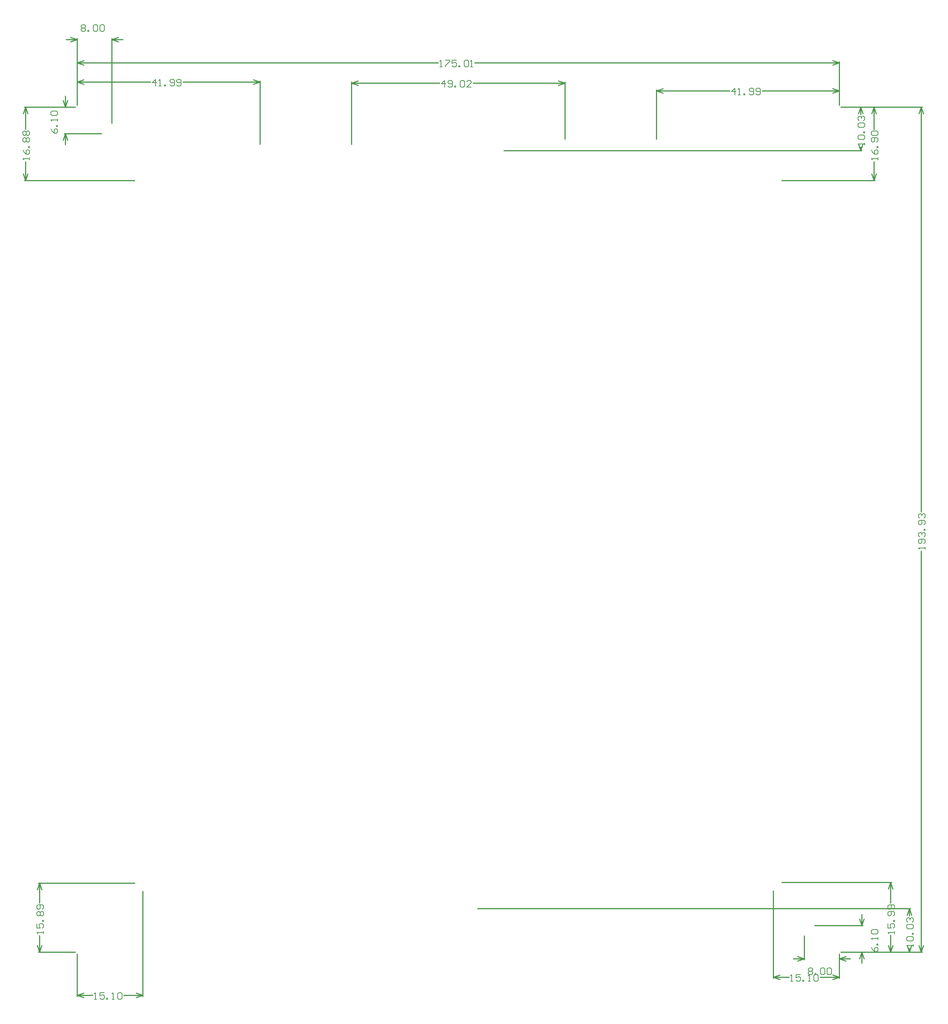
<source format=gm1>
%FSLAX44Y44*%
%MOMM*%
G71*
G01*
G75*
G04 Layer_Color=48896*
%ADD10P,3.2472X8X22.5*%
%ADD11C,2.0000*%
%ADD12C,3.0480*%
%ADD13P,3.2992X8X112.5*%
%ADD14C,1.4000*%
%ADD15C,1.5240*%
%ADD16P,1.6496X8X202.5*%
%ADD17C,3.0000*%
%ADD18P,4.3296X8X202.5*%
%ADD19C,1.0000*%
%ADD20C,2.0000*%
%ADD21C,0.1524*%
%ADD22C,0.2540*%
%ADD23C,0.2000*%
%ADD24C,0.3000*%
%ADD25P,3.4671X8X22.5*%
%ADD26C,2.2032*%
%ADD27C,3.2512*%
%ADD28P,3.5191X8X112.5*%
%ADD29C,1.6032*%
%ADD30C,1.7272*%
%ADD31P,1.8695X8X202.5*%
%ADD32C,3.2032*%
%ADD33P,4.5495X8X202.5*%
D21*
X2321812Y2175902D02*
Y2180980D01*
Y2178441D01*
X2306577D01*
X2309116Y2175902D01*
Y2188598D02*
X2306577Y2191137D01*
Y2196215D01*
X2309116Y2198754D01*
X2319272D01*
X2321812Y2196215D01*
Y2191137D01*
X2319272Y2188598D01*
X2309116D01*
X2321812Y2203833D02*
X2319272D01*
Y2206372D01*
X2321812D01*
Y2203833D01*
X2309116Y2216528D02*
X2306577Y2219068D01*
Y2224146D01*
X2309116Y2226685D01*
X2319272D01*
X2321812Y2224146D01*
Y2219068D01*
X2319272Y2216528D01*
X2309116D01*
Y2231764D02*
X2306577Y2234303D01*
Y2239381D01*
X2309116Y2241920D01*
X2311655D01*
X2314194Y2239381D01*
Y2236842D01*
Y2239381D01*
X2316733Y2241920D01*
X2319272D01*
X2321812Y2239381D01*
Y2234303D01*
X2319272Y2231764D01*
X1357385Y2308609D02*
Y2323844D01*
X1349767Y2316226D01*
X1359924D01*
X1365002Y2311148D02*
X1367541Y2308609D01*
X1372620D01*
X1375159Y2311148D01*
Y2321304D01*
X1372620Y2323844D01*
X1367541D01*
X1365002Y2321304D01*
Y2318765D01*
X1367541Y2316226D01*
X1375159D01*
X1380237Y2308609D02*
Y2311148D01*
X1382776D01*
Y2308609D01*
X1380237D01*
X1392933Y2321304D02*
X1395472Y2323844D01*
X1400551D01*
X1403090Y2321304D01*
Y2311148D01*
X1400551Y2308609D01*
X1395472D01*
X1392933Y2311148D01*
Y2321304D01*
X1418325Y2308609D02*
X1408168D01*
X1418325Y2318765D01*
Y2321304D01*
X1415786Y2323844D01*
X1410707D01*
X1408168Y2321304D01*
X552778Y215648D02*
X557856D01*
X555317D01*
Y230884D01*
X552778Y228344D01*
X575630Y230884D02*
X565474D01*
Y223266D01*
X570552Y225805D01*
X573091D01*
X575630Y223266D01*
Y218188D01*
X573091Y215648D01*
X568013D01*
X565474Y218188D01*
X580709Y215648D02*
Y218188D01*
X583248D01*
Y215648D01*
X580709D01*
X593405D02*
X598483D01*
X595944D01*
Y230884D01*
X593405Y228344D01*
X606101D02*
X608640Y230884D01*
X613718D01*
X616257Y228344D01*
Y218188D01*
X613718Y215648D01*
X608640D01*
X606101Y218188D01*
Y228344D01*
X1345958Y2355598D02*
X1351037D01*
X1348497D01*
Y2370833D01*
X1345958Y2368294D01*
X1358654Y2370833D02*
X1368811D01*
Y2368294D01*
X1358654Y2358138D01*
Y2355598D01*
X1384046Y2370833D02*
X1373889D01*
Y2363216D01*
X1378968Y2365755D01*
X1381507D01*
X1384046Y2363216D01*
Y2358138D01*
X1381507Y2355598D01*
X1376429D01*
X1373889Y2358138D01*
X1389124Y2355598D02*
Y2358138D01*
X1391664D01*
Y2355598D01*
X1389124D01*
X1401820Y2368294D02*
X1404359Y2370833D01*
X1409438D01*
X1411977Y2368294D01*
Y2358138D01*
X1409438Y2355598D01*
X1404359D01*
X1401820Y2358138D01*
Y2368294D01*
X1417055Y2355598D02*
X1422134D01*
X1419595D01*
Y2370833D01*
X1417055Y2368294D01*
X2460242Y1248804D02*
Y1253883D01*
Y1251343D01*
X2445007D01*
X2447546Y1248804D01*
X2457702Y1261500D02*
X2460242Y1264039D01*
Y1269118D01*
X2457702Y1271657D01*
X2447546D01*
X2445007Y1269118D01*
Y1264039D01*
X2447546Y1261500D01*
X2450085D01*
X2452624Y1264039D01*
Y1271657D01*
X2447546Y1276735D02*
X2445007Y1279274D01*
Y1284353D01*
X2447546Y1286892D01*
X2450085D01*
X2452624Y1284353D01*
Y1281813D01*
Y1284353D01*
X2455163Y1286892D01*
X2457702D01*
X2460242Y1284353D01*
Y1279274D01*
X2457702Y1276735D01*
X2460242Y1291970D02*
X2457702D01*
Y1294509D01*
X2460242D01*
Y1291970D01*
X2457702Y1304666D02*
X2460242Y1307205D01*
Y1312284D01*
X2457702Y1314823D01*
X2447546D01*
X2445007Y1312284D01*
Y1307205D01*
X2447546Y1304666D01*
X2450085D01*
X2452624Y1307205D01*
Y1314823D01*
X2447546Y1319901D02*
X2445007Y1322440D01*
Y1327519D01*
X2447546Y1330058D01*
X2450085D01*
X2452624Y1327519D01*
Y1324980D01*
Y1327519D01*
X2455163Y1330058D01*
X2457702D01*
X2460242Y1327519D01*
Y1322440D01*
X2457702Y1319901D01*
X2151835Y257558D02*
X2156913D01*
X2154374D01*
Y272794D01*
X2151835Y270254D01*
X2174687Y272794D02*
X2164531D01*
Y265176D01*
X2169609Y267715D01*
X2172148D01*
X2174687Y265176D01*
Y260098D01*
X2172148Y257558D01*
X2167070D01*
X2164531Y260098D01*
X2179766Y257558D02*
Y260098D01*
X2182305D01*
Y257558D01*
X2179766D01*
X2192462D02*
X2197540D01*
X2195001D01*
Y272794D01*
X2192462Y270254D01*
X2205157D02*
X2207697Y272794D01*
X2212775D01*
X2215314Y270254D01*
Y260098D01*
X2212775Y257558D01*
X2207697D01*
X2205157Y260098D01*
Y270254D01*
X2023724Y2290829D02*
Y2306064D01*
X2016107Y2298446D01*
X2026263D01*
X2031342Y2290829D02*
X2036420D01*
X2033881D01*
Y2306064D01*
X2031342Y2303524D01*
X2044038Y2290829D02*
Y2293368D01*
X2046577D01*
Y2290829D01*
X2044038D01*
X2056734Y2293368D02*
X2059273Y2290829D01*
X2064351D01*
X2066890Y2293368D01*
Y2303524D01*
X2064351Y2306064D01*
X2059273D01*
X2056734Y2303524D01*
Y2300985D01*
X2059273Y2298446D01*
X2066890D01*
X2071969Y2293368D02*
X2074508Y2290829D01*
X2079586D01*
X2082125Y2293368D01*
Y2303524D01*
X2079586Y2306064D01*
X2074508D01*
X2071969Y2303524D01*
Y2300985D01*
X2074508Y2298446D01*
X2082125D01*
X693584Y2311149D02*
Y2326384D01*
X685967Y2318766D01*
X696123D01*
X701202Y2311149D02*
X706280D01*
X703741D01*
Y2326384D01*
X701202Y2323844D01*
X713898Y2311149D02*
Y2313688D01*
X716437D01*
Y2311149D01*
X713898D01*
X726593Y2313688D02*
X729133Y2311149D01*
X734211D01*
X736750Y2313688D01*
Y2323844D01*
X734211Y2326384D01*
X729133D01*
X726593Y2323844D01*
Y2321305D01*
X729133Y2318766D01*
X736750D01*
X741829Y2313688D02*
X744368Y2311149D01*
X749446D01*
X751985Y2313688D01*
Y2323844D01*
X749446Y2326384D01*
X744368D01*
X741829Y2323844D01*
Y2321305D01*
X744368Y2318766D01*
X751985D01*
X435862Y366215D02*
Y371293D01*
Y368754D01*
X420626D01*
X423166Y366215D01*
X420626Y389068D02*
Y378911D01*
X428244D01*
X425705Y383989D01*
Y386529D01*
X428244Y389068D01*
X433322D01*
X435862Y386529D01*
Y381450D01*
X433322Y378911D01*
X435862Y394146D02*
X433322D01*
Y396685D01*
X435862D01*
Y394146D01*
X423166Y406842D02*
X420626Y409381D01*
Y414459D01*
X423166Y416999D01*
X425705D01*
X428244Y414459D01*
X430783Y416999D01*
X433322D01*
X435862Y414459D01*
Y409381D01*
X433322Y406842D01*
X430783D01*
X428244Y409381D01*
X425705Y406842D01*
X423166D01*
X428244Y409381D02*
Y414459D01*
X433322Y422077D02*
X435862Y424616D01*
Y429695D01*
X433322Y432234D01*
X423166D01*
X420626Y429695D01*
Y424616D01*
X423166Y422077D01*
X425705D01*
X428244Y424616D01*
Y432234D01*
X2390392Y366723D02*
Y371801D01*
Y369262D01*
X2375157D01*
X2377696Y366723D01*
X2375157Y389576D02*
Y379419D01*
X2382774D01*
X2380235Y384497D01*
Y387037D01*
X2382774Y389576D01*
X2387852D01*
X2390392Y387037D01*
Y381958D01*
X2387852Y379419D01*
X2390392Y394654D02*
X2387852D01*
Y397193D01*
X2390392D01*
Y394654D01*
X2387852Y407350D02*
X2390392Y409889D01*
Y414967D01*
X2387852Y417507D01*
X2377696D01*
X2375157Y414967D01*
Y409889D01*
X2377696Y407350D01*
X2380235D01*
X2382774Y409889D01*
Y417507D01*
X2387852Y422585D02*
X2390392Y425124D01*
Y430203D01*
X2387852Y432742D01*
X2377696D01*
X2375157Y430203D01*
Y425124D01*
X2377696Y422585D01*
X2380235D01*
X2382774Y425124D01*
Y432742D01*
X2433571Y336942D02*
Y342020D01*
Y339481D01*
X2418336D01*
X2420876Y336942D01*
Y349638D02*
X2418336Y352177D01*
Y357255D01*
X2420876Y359794D01*
X2431032D01*
X2433571Y357255D01*
Y352177D01*
X2431032Y349638D01*
X2420876D01*
X2433571Y364873D02*
X2431032D01*
Y367412D01*
X2433571D01*
Y364873D01*
X2420876Y377569D02*
X2418336Y380108D01*
Y385186D01*
X2420876Y387725D01*
X2431032D01*
X2433571Y385186D01*
Y380108D01*
X2431032Y377569D01*
X2420876D01*
Y392804D02*
X2418336Y395343D01*
Y400421D01*
X2420876Y402960D01*
X2423415D01*
X2425954Y400421D01*
Y397882D01*
Y400421D01*
X2428493Y402960D01*
X2431032D01*
X2433571Y400421D01*
Y395343D01*
X2431032Y392804D01*
X404112Y2141675D02*
Y2146754D01*
Y2144214D01*
X388876D01*
X391416Y2141675D01*
X388876Y2164528D02*
X391416Y2159449D01*
X396494Y2154371D01*
X401572D01*
X404112Y2156910D01*
Y2161989D01*
X401572Y2164528D01*
X399033D01*
X396494Y2161989D01*
Y2154371D01*
X404112Y2169606D02*
X401572D01*
Y2172145D01*
X404112D01*
Y2169606D01*
X391416Y2182302D02*
X388876Y2184841D01*
Y2189919D01*
X391416Y2192459D01*
X393955D01*
X396494Y2189919D01*
X399033Y2192459D01*
X401572D01*
X404112Y2189919D01*
Y2184841D01*
X401572Y2182302D01*
X399033D01*
X396494Y2184841D01*
X393955Y2182302D01*
X391416D01*
X396494Y2184841D02*
Y2189919D01*
X391416Y2197537D02*
X388876Y2200076D01*
Y2205155D01*
X391416Y2207694D01*
X393955D01*
X396494Y2205155D01*
X399033Y2207694D01*
X401572D01*
X404112Y2205155D01*
Y2200076D01*
X401572Y2197537D01*
X399033D01*
X396494Y2200076D01*
X393955Y2197537D01*
X391416D01*
X396494Y2200076D02*
Y2205155D01*
X2352292Y2141548D02*
Y2146626D01*
Y2144087D01*
X2337056D01*
X2339596Y2141548D01*
X2337056Y2164401D02*
X2339596Y2159322D01*
X2344674Y2154244D01*
X2349752D01*
X2352292Y2156783D01*
Y2161862D01*
X2349752Y2164401D01*
X2347213D01*
X2344674Y2161862D01*
Y2154244D01*
X2352292Y2169479D02*
X2349752D01*
Y2172018D01*
X2352292D01*
Y2169479D01*
X2349752Y2182175D02*
X2352292Y2184714D01*
Y2189792D01*
X2349752Y2192332D01*
X2339596D01*
X2337056Y2189792D01*
Y2184714D01*
X2339596Y2182175D01*
X2342135D01*
X2344674Y2184714D01*
Y2192332D01*
X2339596Y2197410D02*
X2337056Y2199949D01*
Y2205028D01*
X2339596Y2207567D01*
X2349752D01*
X2352292Y2205028D01*
Y2199949D01*
X2349752Y2197410D01*
X2339596D01*
X452892Y2213361D02*
X455431Y2208283D01*
X460509Y2203204D01*
X465588D01*
X468127Y2205743D01*
Y2210822D01*
X465588Y2213361D01*
X463049D01*
X460509Y2210822D01*
Y2203204D01*
X468127Y2218439D02*
X465588D01*
Y2220979D01*
X468127D01*
Y2218439D01*
Y2231135D02*
Y2236214D01*
Y2233674D01*
X452892D01*
X455431Y2231135D01*
Y2243831D02*
X452892Y2246370D01*
Y2251449D01*
X455431Y2253988D01*
X465588D01*
X468127Y2251449D01*
Y2246370D01*
X465588Y2243831D01*
X455431D01*
X522360Y2449059D02*
X524899Y2451598D01*
X529977D01*
X532516Y2449059D01*
Y2446520D01*
X529977Y2443981D01*
X532516Y2441441D01*
Y2438902D01*
X529977Y2436363D01*
X524899D01*
X522360Y2438902D01*
Y2441441D01*
X524899Y2443981D01*
X522360Y2446520D01*
Y2449059D01*
X524899Y2443981D02*
X529977D01*
X537595Y2436363D02*
Y2438902D01*
X540134D01*
Y2436363D01*
X537595D01*
X550291Y2449059D02*
X552830Y2451598D01*
X557908D01*
X560447Y2449059D01*
Y2438902D01*
X557908Y2436363D01*
X552830D01*
X550291Y2438902D01*
Y2449059D01*
X565526D02*
X568065Y2451598D01*
X573143D01*
X575682Y2449059D01*
Y2438902D01*
X573143Y2436363D01*
X568065D01*
X565526Y2438902D01*
Y2449059D01*
X2192410Y284740D02*
X2194949Y287279D01*
X2200027D01*
X2202566Y284740D01*
Y282201D01*
X2200027Y279661D01*
X2202566Y277122D01*
Y274583D01*
X2200027Y272044D01*
X2194949D01*
X2192410Y274583D01*
Y277122D01*
X2194949Y279661D01*
X2192410Y282201D01*
Y284740D01*
X2194949Y279661D02*
X2200027D01*
X2207645Y272044D02*
Y274583D01*
X2210184D01*
Y272044D01*
X2207645D01*
X2220341Y284740D02*
X2222880Y287279D01*
X2227958D01*
X2230497Y284740D01*
Y274583D01*
X2227958Y272044D01*
X2222880D01*
X2220341Y274583D01*
Y284740D01*
X2235576D02*
X2238115Y287279D01*
X2243193D01*
X2245732Y284740D01*
Y274583D01*
X2243193Y272044D01*
X2238115D01*
X2235576Y274583D01*
Y284740D01*
X2336541Y335031D02*
X2339080Y329953D01*
X2344159Y324874D01*
X2349237D01*
X2351776Y327413D01*
Y332492D01*
X2349237Y335031D01*
X2346698D01*
X2344159Y332492D01*
Y324874D01*
X2351776Y340109D02*
X2349237D01*
Y342649D01*
X2351776D01*
Y340109D01*
Y352805D02*
Y357883D01*
Y355344D01*
X2336541D01*
X2339080Y352805D01*
Y365501D02*
X2336541Y368040D01*
Y373119D01*
X2339080Y375658D01*
X2349237D01*
X2351776Y373119D01*
Y368040D01*
X2349237Y365501D01*
X2339080D01*
D22*
X2266950Y2263140D02*
X2315210D01*
X1493106Y2162810D02*
X2315210D01*
X2312670Y2245984D02*
Y2263140D01*
Y2162810D02*
Y2171838D01*
X2307590Y2247900D02*
X2312670Y2263140D01*
X2317750Y2247900D01*
X2312670Y2162810D02*
X2317750Y2178050D01*
X2307590D02*
X2312670Y2162810D01*
X1633220Y2189004D02*
Y2320290D01*
X1143000Y2177322D02*
Y2320290D01*
X1422389Y2317750D02*
X1633220D01*
X1143000D02*
X1345703D01*
X1617980Y2322830D02*
X1633220Y2317750D01*
X1617980Y2312670D02*
X1633220Y2317750D01*
X1143000D02*
X1158240Y2312670D01*
X1143000Y2317750D02*
X1158240Y2322830D01*
X664083Y222250D02*
Y463931D01*
X513080Y222250D02*
Y320040D01*
X620321Y224790D02*
X664083D01*
X513080D02*
X548714D01*
X648843Y229870D02*
X664083Y224790D01*
X648843Y219710D02*
X664083Y224790D01*
X513080D02*
X528320Y219710D01*
X513080Y224790D02*
X528320Y229870D01*
X513080Y2266950D02*
Y2367280D01*
X2263140Y2266950D02*
Y2367280D01*
X513080Y2364740D02*
X1341894D01*
X1426198D02*
X2263140D01*
X513080D02*
X528320Y2359660D01*
X513080Y2364740D02*
X528320Y2369820D01*
X2247900D02*
X2263140Y2364740D01*
X2247900Y2359660D02*
X2263140Y2364740D01*
X2266950Y323850D02*
X2453640D01*
X2266950Y2263140D02*
X2453640D01*
X2451100Y323850D02*
Y1244740D01*
Y1334122D02*
Y2263140D01*
Y323850D02*
X2456180Y339090D01*
X2446020D02*
X2451100Y323850D01*
X2446020Y2247900D02*
X2451100Y2263140D01*
X2456180Y2247900D01*
X2263140Y264160D02*
Y320040D01*
X2112137Y264160D02*
Y464947D01*
X2219378Y266700D02*
X2263140D01*
X2112137D02*
X2147771D01*
X2247900Y271780D02*
X2263140Y266700D01*
X2247900Y261620D02*
X2263140Y266700D01*
X2112137D02*
X2127377Y261620D01*
X2112137Y266700D02*
X2127377Y271780D01*
X2263140Y2266950D02*
Y2302510D01*
X1843220Y2189004D02*
Y2302510D01*
X2086189Y2299970D02*
X2263140D01*
X1843220D02*
X2012043D01*
X2247900Y2305050D02*
X2263140Y2299970D01*
X2247900Y2294890D02*
X2263140Y2299970D01*
X1843220D02*
X1858460Y2294890D01*
X1843220Y2299970D02*
X1858460Y2305050D01*
X933000Y2177322D02*
Y2322830D01*
X513080Y2266950D02*
Y2322830D01*
X756049Y2320290D02*
X933000D01*
X513080D02*
X681903D01*
X917760Y2325370D02*
X933000Y2320290D01*
X917760Y2315210D02*
X933000Y2320290D01*
X513080D02*
X528320Y2315210D01*
X513080Y2320290D02*
X528320Y2325370D01*
X424180Y323850D02*
X509270D01*
X424180Y482727D02*
X645287D01*
X426720Y323850D02*
Y362151D01*
Y436298D02*
Y482727D01*
Y323850D02*
X431800Y339090D01*
X421640D02*
X426720Y323850D01*
X421640Y467487D02*
X426720Y482727D01*
X431800Y467487D01*
X2266950Y323850D02*
X2383790D01*
X2130933Y483743D02*
X2383790D01*
X2381250Y323850D02*
Y362659D01*
Y436806D02*
Y483743D01*
Y323850D02*
X2386330Y339090D01*
X2376170D02*
X2381250Y323850D01*
X2376170Y468503D02*
X2381250Y483743D01*
X2386330Y468503D01*
X2266950Y323850D02*
X2426970D01*
X1433106Y424180D02*
X2426970D01*
X2424430Y323850D02*
Y332878D01*
Y407024D02*
Y424180D01*
Y323850D02*
X2429510Y339090D01*
X2419350D02*
X2424430Y323850D01*
X2419350Y408940D02*
X2424430Y424180D01*
X2429510Y408940D01*
X392430Y2263140D02*
X509270D01*
X392430Y2094357D02*
X645287D01*
X394970Y2211758D02*
Y2263140D01*
Y2094357D02*
Y2137611D01*
X389890Y2247900D02*
X394970Y2263140D01*
X400050Y2247900D01*
X394970Y2094357D02*
X400050Y2109597D01*
X389890D02*
X394970Y2094357D01*
X2266950Y2263140D02*
X2345690D01*
X2130933Y2094103D02*
X2345690D01*
X2343150Y2211631D02*
Y2263140D01*
Y2094103D02*
Y2137484D01*
X2338070Y2247900D02*
X2343150Y2263140D01*
X2348230Y2247900D01*
X2343150Y2094103D02*
X2348230Y2109343D01*
X2338070D02*
X2343150Y2094103D01*
X483870Y2263140D02*
X509270D01*
X483870Y2202180D02*
X569534D01*
X486410Y2176780D02*
Y2202180D01*
Y2263140D02*
Y2288540D01*
X481330Y2186940D02*
X486410Y2202180D01*
X491490Y2186940D01*
X486410Y2263140D02*
X491490Y2278380D01*
X481330D02*
X486410Y2263140D01*
X513080Y2266950D02*
Y2420620D01*
X593090Y2225736D02*
Y2420620D01*
Y2418080D02*
X618490D01*
X487680D02*
X513080D01*
X593090D02*
X608330Y2413000D01*
X593090Y2418080D02*
X608330Y2423160D01*
X497840D02*
X513080Y2418080D01*
X497840Y2413000D02*
X513080Y2418080D01*
X2263140Y306070D02*
Y320040D01*
X2183130Y306070D02*
Y361254D01*
X2157730Y308610D02*
X2183130D01*
X2263140D02*
X2288540D01*
X2167890Y313690D02*
X2183130Y308610D01*
X2167890Y303530D02*
X2183130Y308610D01*
X2263140D02*
X2278380Y303530D01*
X2263140Y308610D02*
X2278380Y313690D01*
X2266950Y323850D02*
X2317750D01*
X2206686Y384810D02*
X2317750D01*
X2315210D02*
Y410210D01*
Y298450D02*
Y323850D01*
Y384810D02*
X2320290Y400050D01*
X2310130D02*
X2315210Y384810D01*
X2310130Y308610D02*
X2315210Y323850D01*
X2320290Y308610D01*
M02*

</source>
